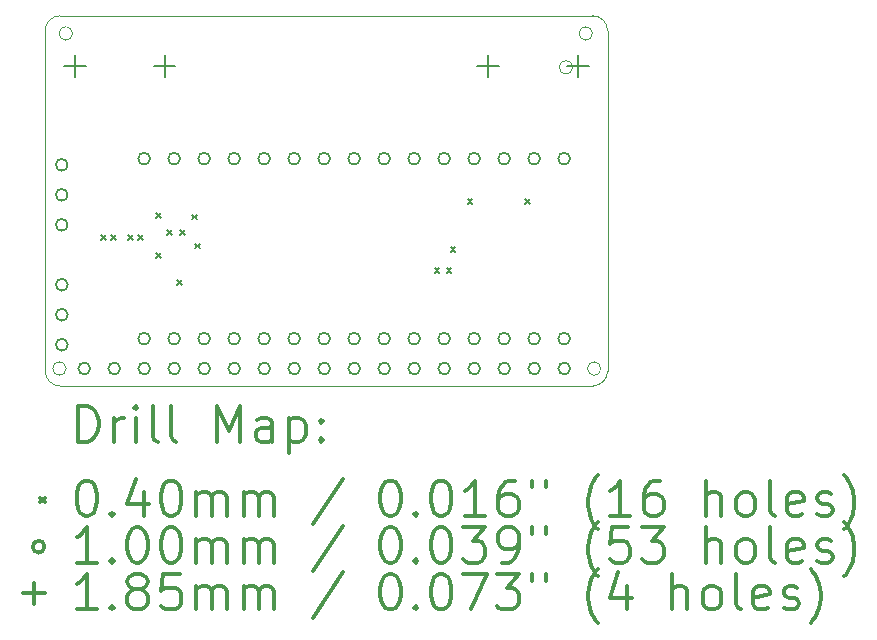
<source format=gbr>
%FSLAX45Y45*%
G04 Gerber Fmt 4.5, Leading zero omitted, Abs format (unit mm)*
G04 Created by KiCad (PCBNEW 5.1.5+dfsg1-2build2) date 2021-06-15 05:04:36*
%MOMM*%
%LPD*%
G04 APERTURE LIST*
%TA.AperFunction,Profile*%
%ADD10C,0.100000*%
%TD*%
%ADD11C,0.200000*%
%ADD12C,0.300000*%
G04 APERTURE END LIST*
D10*
X2542948Y-2461260D02*
G75*
G03X2542948Y-2461260I-56796J0D01*
G01*
X6945276Y-2461260D02*
G75*
G03X6945276Y-2461260I-56796J0D01*
G01*
X2489200Y-5298440D02*
G75*
G03X2489200Y-5298440I-56796J0D01*
G01*
X6777636Y-2748280D02*
G75*
G03X6777636Y-2748280I-56796J0D01*
G01*
X2438400Y-2311400D02*
X6946900Y-2311400D01*
X2311400Y-5318760D02*
X2311400Y-2438400D01*
X6946900Y-5445760D02*
X2438400Y-5445760D01*
X7073900Y-2438400D02*
X7073900Y-5318760D01*
X7073900Y-5318760D02*
G75*
G02X6946900Y-5445760I-127000J0D01*
G01*
X2438400Y-5445760D02*
G75*
G02X2311400Y-5318760I0J127000D01*
G01*
X2311400Y-2438400D02*
G75*
G02X2438400Y-2311400I127000J0D01*
G01*
X6946900Y-2311400D02*
G75*
G02X7073900Y-2438400I0J-127000D01*
G01*
X7016396Y-5298440D02*
G75*
G03X7016396Y-5298440I-56796J0D01*
G01*
D11*
X2787970Y-4169984D02*
X2827970Y-4209984D01*
X2827970Y-4169984D02*
X2787970Y-4209984D01*
X2871790Y-4169984D02*
X2911790Y-4209984D01*
X2911790Y-4169984D02*
X2871790Y-4209984D01*
X3013268Y-4171000D02*
X3053268Y-4211000D01*
X3053268Y-4171000D02*
X3013268Y-4211000D01*
X3098612Y-4170492D02*
X3138612Y-4210492D01*
X3138612Y-4170492D02*
X3098612Y-4210492D01*
X3249760Y-3980500D02*
X3289760Y-4020500D01*
X3289760Y-3980500D02*
X3249760Y-4020500D01*
X3249760Y-4320080D02*
X3289760Y-4360080D01*
X3289760Y-4320080D02*
X3249760Y-4360080D01*
X3343976Y-4126296D02*
X3383976Y-4166296D01*
X3383976Y-4126296D02*
X3343976Y-4166296D01*
X3429066Y-4547428D02*
X3469066Y-4587428D01*
X3469066Y-4547428D02*
X3429066Y-4587428D01*
X3456752Y-4127312D02*
X3496752Y-4167312D01*
X3496752Y-4127312D02*
X3456752Y-4167312D01*
X3557844Y-3994724D02*
X3597844Y-4034724D01*
X3597844Y-3994724D02*
X3557844Y-4034724D01*
X3580958Y-4242120D02*
X3620958Y-4282120D01*
X3620958Y-4242120D02*
X3580958Y-4282120D01*
X5608640Y-4447860D02*
X5648640Y-4487860D01*
X5648640Y-4447860D02*
X5608640Y-4487860D01*
X5710240Y-4447860D02*
X5750240Y-4487860D01*
X5750240Y-4447860D02*
X5710240Y-4487860D01*
X5745800Y-4272600D02*
X5785800Y-4312600D01*
X5785800Y-4272600D02*
X5745800Y-4312600D01*
X5889310Y-3862390D02*
X5929310Y-3902390D01*
X5929310Y-3862390D02*
X5889310Y-3902390D01*
X6373180Y-3863660D02*
X6413180Y-3903660D01*
X6413180Y-3863660D02*
X6373180Y-3903660D01*
X2502878Y-4589272D02*
G75*
G03X2502878Y-4589272I-50000J0D01*
G01*
X2502878Y-4843272D02*
G75*
G03X2502878Y-4843272I-50000J0D01*
G01*
X2502878Y-5097272D02*
G75*
G03X2502878Y-5097272I-50000J0D01*
G01*
X3199600Y-3521710D02*
G75*
G03X3199600Y-3521710I-50000J0D01*
G01*
X3453600Y-3521710D02*
G75*
G03X3453600Y-3521710I-50000J0D01*
G01*
X3707600Y-3521710D02*
G75*
G03X3707600Y-3521710I-50000J0D01*
G01*
X3961600Y-3521710D02*
G75*
G03X3961600Y-3521710I-50000J0D01*
G01*
X4215600Y-3521710D02*
G75*
G03X4215600Y-3521710I-50000J0D01*
G01*
X4469600Y-3521710D02*
G75*
G03X4469600Y-3521710I-50000J0D01*
G01*
X4723600Y-3521710D02*
G75*
G03X4723600Y-3521710I-50000J0D01*
G01*
X4977600Y-3521710D02*
G75*
G03X4977600Y-3521710I-50000J0D01*
G01*
X5231600Y-3521710D02*
G75*
G03X5231600Y-3521710I-50000J0D01*
G01*
X5485600Y-3521710D02*
G75*
G03X5485600Y-3521710I-50000J0D01*
G01*
X5739600Y-3521710D02*
G75*
G03X5739600Y-3521710I-50000J0D01*
G01*
X5993600Y-3521710D02*
G75*
G03X5993600Y-3521710I-50000J0D01*
G01*
X6247600Y-3521710D02*
G75*
G03X6247600Y-3521710I-50000J0D01*
G01*
X6501600Y-3521710D02*
G75*
G03X6501600Y-3521710I-50000J0D01*
G01*
X6755600Y-3521710D02*
G75*
G03X6755600Y-3521710I-50000J0D01*
G01*
X3199600Y-5045710D02*
G75*
G03X3199600Y-5045710I-50000J0D01*
G01*
X3453600Y-5045710D02*
G75*
G03X3453600Y-5045710I-50000J0D01*
G01*
X3707600Y-5045710D02*
G75*
G03X3707600Y-5045710I-50000J0D01*
G01*
X3961600Y-5045710D02*
G75*
G03X3961600Y-5045710I-50000J0D01*
G01*
X4215600Y-5045710D02*
G75*
G03X4215600Y-5045710I-50000J0D01*
G01*
X4469600Y-5045710D02*
G75*
G03X4469600Y-5045710I-50000J0D01*
G01*
X4723600Y-5045710D02*
G75*
G03X4723600Y-5045710I-50000J0D01*
G01*
X4977600Y-5045710D02*
G75*
G03X4977600Y-5045710I-50000J0D01*
G01*
X5231600Y-5045710D02*
G75*
G03X5231600Y-5045710I-50000J0D01*
G01*
X5485600Y-5045710D02*
G75*
G03X5485600Y-5045710I-50000J0D01*
G01*
X5739600Y-5045710D02*
G75*
G03X5739600Y-5045710I-50000J0D01*
G01*
X5993600Y-5045710D02*
G75*
G03X5993600Y-5045710I-50000J0D01*
G01*
X6247600Y-5045710D02*
G75*
G03X6247600Y-5045710I-50000J0D01*
G01*
X6501600Y-5045710D02*
G75*
G03X6501600Y-5045710I-50000J0D01*
G01*
X6755600Y-5045710D02*
G75*
G03X6755600Y-5045710I-50000J0D01*
G01*
X2502116Y-3573526D02*
G75*
G03X2502116Y-3573526I-50000J0D01*
G01*
X2502116Y-3827526D02*
G75*
G03X2502116Y-3827526I-50000J0D01*
G01*
X2502116Y-4081526D02*
G75*
G03X2502116Y-4081526I-50000J0D01*
G01*
X2692362Y-5298440D02*
G75*
G03X2692362Y-5298440I-50000J0D01*
G01*
X2946362Y-5298440D02*
G75*
G03X2946362Y-5298440I-50000J0D01*
G01*
X3200362Y-5298440D02*
G75*
G03X3200362Y-5298440I-50000J0D01*
G01*
X3454362Y-5298440D02*
G75*
G03X3454362Y-5298440I-50000J0D01*
G01*
X3708362Y-5298440D02*
G75*
G03X3708362Y-5298440I-50000J0D01*
G01*
X3962362Y-5298440D02*
G75*
G03X3962362Y-5298440I-50000J0D01*
G01*
X4216362Y-5298440D02*
G75*
G03X4216362Y-5298440I-50000J0D01*
G01*
X4470362Y-5298440D02*
G75*
G03X4470362Y-5298440I-50000J0D01*
G01*
X4724362Y-5298440D02*
G75*
G03X4724362Y-5298440I-50000J0D01*
G01*
X4978362Y-5298440D02*
G75*
G03X4978362Y-5298440I-50000J0D01*
G01*
X5232362Y-5298440D02*
G75*
G03X5232362Y-5298440I-50000J0D01*
G01*
X5486362Y-5298440D02*
G75*
G03X5486362Y-5298440I-50000J0D01*
G01*
X5740362Y-5298440D02*
G75*
G03X5740362Y-5298440I-50000J0D01*
G01*
X5994362Y-5298440D02*
G75*
G03X5994362Y-5298440I-50000J0D01*
G01*
X6248362Y-5298440D02*
G75*
G03X6248362Y-5298440I-50000J0D01*
G01*
X6502362Y-5298440D02*
G75*
G03X6502362Y-5298440I-50000J0D01*
G01*
X6756362Y-5298440D02*
G75*
G03X6756362Y-5298440I-50000J0D01*
G01*
X2562440Y-2643080D02*
X2562440Y-2828080D01*
X2469940Y-2735580D02*
X2654940Y-2735580D01*
X3322440Y-2643080D02*
X3322440Y-2828080D01*
X3229940Y-2735580D02*
X3414940Y-2735580D01*
X6062440Y-2643080D02*
X6062440Y-2828080D01*
X5969940Y-2735580D02*
X6154940Y-2735580D01*
X6822440Y-2643080D02*
X6822440Y-2828080D01*
X6729940Y-2735580D02*
X6914940Y-2735580D01*
D12*
X2592828Y-5916474D02*
X2592828Y-5616474D01*
X2664257Y-5616474D01*
X2707114Y-5630760D01*
X2735686Y-5659331D01*
X2749971Y-5687903D01*
X2764257Y-5745046D01*
X2764257Y-5787903D01*
X2749971Y-5845046D01*
X2735686Y-5873617D01*
X2707114Y-5902189D01*
X2664257Y-5916474D01*
X2592828Y-5916474D01*
X2892828Y-5916474D02*
X2892828Y-5716474D01*
X2892828Y-5773617D02*
X2907114Y-5745046D01*
X2921400Y-5730760D01*
X2949971Y-5716474D01*
X2978543Y-5716474D01*
X3078543Y-5916474D02*
X3078543Y-5716474D01*
X3078543Y-5616474D02*
X3064257Y-5630760D01*
X3078543Y-5645046D01*
X3092828Y-5630760D01*
X3078543Y-5616474D01*
X3078543Y-5645046D01*
X3264257Y-5916474D02*
X3235686Y-5902189D01*
X3221400Y-5873617D01*
X3221400Y-5616474D01*
X3421400Y-5916474D02*
X3392828Y-5902189D01*
X3378543Y-5873617D01*
X3378543Y-5616474D01*
X3764257Y-5916474D02*
X3764257Y-5616474D01*
X3864257Y-5830760D01*
X3964257Y-5616474D01*
X3964257Y-5916474D01*
X4235686Y-5916474D02*
X4235686Y-5759331D01*
X4221400Y-5730760D01*
X4192828Y-5716474D01*
X4135686Y-5716474D01*
X4107114Y-5730760D01*
X4235686Y-5902189D02*
X4207114Y-5916474D01*
X4135686Y-5916474D01*
X4107114Y-5902189D01*
X4092828Y-5873617D01*
X4092828Y-5845046D01*
X4107114Y-5816474D01*
X4135686Y-5802189D01*
X4207114Y-5802189D01*
X4235686Y-5787903D01*
X4378543Y-5716474D02*
X4378543Y-6016474D01*
X4378543Y-5730760D02*
X4407114Y-5716474D01*
X4464257Y-5716474D01*
X4492828Y-5730760D01*
X4507114Y-5745046D01*
X4521400Y-5773617D01*
X4521400Y-5859331D01*
X4507114Y-5887903D01*
X4492828Y-5902189D01*
X4464257Y-5916474D01*
X4407114Y-5916474D01*
X4378543Y-5902189D01*
X4649971Y-5887903D02*
X4664257Y-5902189D01*
X4649971Y-5916474D01*
X4635686Y-5902189D01*
X4649971Y-5887903D01*
X4649971Y-5916474D01*
X4649971Y-5730760D02*
X4664257Y-5745046D01*
X4649971Y-5759331D01*
X4635686Y-5745046D01*
X4649971Y-5730760D01*
X4649971Y-5759331D01*
X2266400Y-6390760D02*
X2306400Y-6430760D01*
X2306400Y-6390760D02*
X2266400Y-6430760D01*
X2649971Y-6246474D02*
X2678543Y-6246474D01*
X2707114Y-6260760D01*
X2721400Y-6275046D01*
X2735686Y-6303617D01*
X2749971Y-6360760D01*
X2749971Y-6432189D01*
X2735686Y-6489331D01*
X2721400Y-6517903D01*
X2707114Y-6532189D01*
X2678543Y-6546474D01*
X2649971Y-6546474D01*
X2621400Y-6532189D01*
X2607114Y-6517903D01*
X2592828Y-6489331D01*
X2578543Y-6432189D01*
X2578543Y-6360760D01*
X2592828Y-6303617D01*
X2607114Y-6275046D01*
X2621400Y-6260760D01*
X2649971Y-6246474D01*
X2878543Y-6517903D02*
X2892828Y-6532189D01*
X2878543Y-6546474D01*
X2864257Y-6532189D01*
X2878543Y-6517903D01*
X2878543Y-6546474D01*
X3149971Y-6346474D02*
X3149971Y-6546474D01*
X3078543Y-6232189D02*
X3007114Y-6446474D01*
X3192828Y-6446474D01*
X3364257Y-6246474D02*
X3392828Y-6246474D01*
X3421400Y-6260760D01*
X3435686Y-6275046D01*
X3449971Y-6303617D01*
X3464257Y-6360760D01*
X3464257Y-6432189D01*
X3449971Y-6489331D01*
X3435686Y-6517903D01*
X3421400Y-6532189D01*
X3392828Y-6546474D01*
X3364257Y-6546474D01*
X3335686Y-6532189D01*
X3321400Y-6517903D01*
X3307114Y-6489331D01*
X3292828Y-6432189D01*
X3292828Y-6360760D01*
X3307114Y-6303617D01*
X3321400Y-6275046D01*
X3335686Y-6260760D01*
X3364257Y-6246474D01*
X3592828Y-6546474D02*
X3592828Y-6346474D01*
X3592828Y-6375046D02*
X3607114Y-6360760D01*
X3635686Y-6346474D01*
X3678543Y-6346474D01*
X3707114Y-6360760D01*
X3721400Y-6389331D01*
X3721400Y-6546474D01*
X3721400Y-6389331D02*
X3735686Y-6360760D01*
X3764257Y-6346474D01*
X3807114Y-6346474D01*
X3835686Y-6360760D01*
X3849971Y-6389331D01*
X3849971Y-6546474D01*
X3992828Y-6546474D02*
X3992828Y-6346474D01*
X3992828Y-6375046D02*
X4007114Y-6360760D01*
X4035686Y-6346474D01*
X4078543Y-6346474D01*
X4107114Y-6360760D01*
X4121400Y-6389331D01*
X4121400Y-6546474D01*
X4121400Y-6389331D02*
X4135686Y-6360760D01*
X4164257Y-6346474D01*
X4207114Y-6346474D01*
X4235686Y-6360760D01*
X4249971Y-6389331D01*
X4249971Y-6546474D01*
X4835686Y-6232189D02*
X4578543Y-6617903D01*
X5221400Y-6246474D02*
X5249971Y-6246474D01*
X5278543Y-6260760D01*
X5292828Y-6275046D01*
X5307114Y-6303617D01*
X5321400Y-6360760D01*
X5321400Y-6432189D01*
X5307114Y-6489331D01*
X5292828Y-6517903D01*
X5278543Y-6532189D01*
X5249971Y-6546474D01*
X5221400Y-6546474D01*
X5192828Y-6532189D01*
X5178543Y-6517903D01*
X5164257Y-6489331D01*
X5149971Y-6432189D01*
X5149971Y-6360760D01*
X5164257Y-6303617D01*
X5178543Y-6275046D01*
X5192828Y-6260760D01*
X5221400Y-6246474D01*
X5449971Y-6517903D02*
X5464257Y-6532189D01*
X5449971Y-6546474D01*
X5435686Y-6532189D01*
X5449971Y-6517903D01*
X5449971Y-6546474D01*
X5649971Y-6246474D02*
X5678543Y-6246474D01*
X5707114Y-6260760D01*
X5721400Y-6275046D01*
X5735686Y-6303617D01*
X5749971Y-6360760D01*
X5749971Y-6432189D01*
X5735686Y-6489331D01*
X5721400Y-6517903D01*
X5707114Y-6532189D01*
X5678543Y-6546474D01*
X5649971Y-6546474D01*
X5621400Y-6532189D01*
X5607114Y-6517903D01*
X5592828Y-6489331D01*
X5578543Y-6432189D01*
X5578543Y-6360760D01*
X5592828Y-6303617D01*
X5607114Y-6275046D01*
X5621400Y-6260760D01*
X5649971Y-6246474D01*
X6035686Y-6546474D02*
X5864257Y-6546474D01*
X5949971Y-6546474D02*
X5949971Y-6246474D01*
X5921400Y-6289331D01*
X5892828Y-6317903D01*
X5864257Y-6332189D01*
X6292828Y-6246474D02*
X6235686Y-6246474D01*
X6207114Y-6260760D01*
X6192828Y-6275046D01*
X6164257Y-6317903D01*
X6149971Y-6375046D01*
X6149971Y-6489331D01*
X6164257Y-6517903D01*
X6178543Y-6532189D01*
X6207114Y-6546474D01*
X6264257Y-6546474D01*
X6292828Y-6532189D01*
X6307114Y-6517903D01*
X6321400Y-6489331D01*
X6321400Y-6417903D01*
X6307114Y-6389331D01*
X6292828Y-6375046D01*
X6264257Y-6360760D01*
X6207114Y-6360760D01*
X6178543Y-6375046D01*
X6164257Y-6389331D01*
X6149971Y-6417903D01*
X6435686Y-6246474D02*
X6435686Y-6303617D01*
X6549971Y-6246474D02*
X6549971Y-6303617D01*
X6992828Y-6660760D02*
X6978543Y-6646474D01*
X6949971Y-6603617D01*
X6935686Y-6575046D01*
X6921400Y-6532189D01*
X6907114Y-6460760D01*
X6907114Y-6403617D01*
X6921400Y-6332189D01*
X6935686Y-6289331D01*
X6949971Y-6260760D01*
X6978543Y-6217903D01*
X6992828Y-6203617D01*
X7264257Y-6546474D02*
X7092828Y-6546474D01*
X7178543Y-6546474D02*
X7178543Y-6246474D01*
X7149971Y-6289331D01*
X7121400Y-6317903D01*
X7092828Y-6332189D01*
X7521400Y-6246474D02*
X7464257Y-6246474D01*
X7435686Y-6260760D01*
X7421400Y-6275046D01*
X7392828Y-6317903D01*
X7378543Y-6375046D01*
X7378543Y-6489331D01*
X7392828Y-6517903D01*
X7407114Y-6532189D01*
X7435686Y-6546474D01*
X7492828Y-6546474D01*
X7521400Y-6532189D01*
X7535686Y-6517903D01*
X7549971Y-6489331D01*
X7549971Y-6417903D01*
X7535686Y-6389331D01*
X7521400Y-6375046D01*
X7492828Y-6360760D01*
X7435686Y-6360760D01*
X7407114Y-6375046D01*
X7392828Y-6389331D01*
X7378543Y-6417903D01*
X7907114Y-6546474D02*
X7907114Y-6246474D01*
X8035686Y-6546474D02*
X8035686Y-6389331D01*
X8021400Y-6360760D01*
X7992828Y-6346474D01*
X7949971Y-6346474D01*
X7921400Y-6360760D01*
X7907114Y-6375046D01*
X8221400Y-6546474D02*
X8192828Y-6532189D01*
X8178543Y-6517903D01*
X8164257Y-6489331D01*
X8164257Y-6403617D01*
X8178543Y-6375046D01*
X8192828Y-6360760D01*
X8221400Y-6346474D01*
X8264257Y-6346474D01*
X8292828Y-6360760D01*
X8307114Y-6375046D01*
X8321400Y-6403617D01*
X8321400Y-6489331D01*
X8307114Y-6517903D01*
X8292828Y-6532189D01*
X8264257Y-6546474D01*
X8221400Y-6546474D01*
X8492828Y-6546474D02*
X8464257Y-6532189D01*
X8449971Y-6503617D01*
X8449971Y-6246474D01*
X8721400Y-6532189D02*
X8692828Y-6546474D01*
X8635686Y-6546474D01*
X8607114Y-6532189D01*
X8592828Y-6503617D01*
X8592828Y-6389331D01*
X8607114Y-6360760D01*
X8635686Y-6346474D01*
X8692828Y-6346474D01*
X8721400Y-6360760D01*
X8735686Y-6389331D01*
X8735686Y-6417903D01*
X8592828Y-6446474D01*
X8849971Y-6532189D02*
X8878543Y-6546474D01*
X8935686Y-6546474D01*
X8964257Y-6532189D01*
X8978543Y-6503617D01*
X8978543Y-6489331D01*
X8964257Y-6460760D01*
X8935686Y-6446474D01*
X8892828Y-6446474D01*
X8864257Y-6432189D01*
X8849971Y-6403617D01*
X8849971Y-6389331D01*
X8864257Y-6360760D01*
X8892828Y-6346474D01*
X8935686Y-6346474D01*
X8964257Y-6360760D01*
X9078543Y-6660760D02*
X9092828Y-6646474D01*
X9121400Y-6603617D01*
X9135686Y-6575046D01*
X9149971Y-6532189D01*
X9164257Y-6460760D01*
X9164257Y-6403617D01*
X9149971Y-6332189D01*
X9135686Y-6289331D01*
X9121400Y-6260760D01*
X9092828Y-6217903D01*
X9078543Y-6203617D01*
X2306400Y-6806760D02*
G75*
G03X2306400Y-6806760I-50000J0D01*
G01*
X2749971Y-6942474D02*
X2578543Y-6942474D01*
X2664257Y-6942474D02*
X2664257Y-6642474D01*
X2635686Y-6685331D01*
X2607114Y-6713903D01*
X2578543Y-6728189D01*
X2878543Y-6913903D02*
X2892828Y-6928189D01*
X2878543Y-6942474D01*
X2864257Y-6928189D01*
X2878543Y-6913903D01*
X2878543Y-6942474D01*
X3078543Y-6642474D02*
X3107114Y-6642474D01*
X3135686Y-6656760D01*
X3149971Y-6671046D01*
X3164257Y-6699617D01*
X3178543Y-6756760D01*
X3178543Y-6828189D01*
X3164257Y-6885331D01*
X3149971Y-6913903D01*
X3135686Y-6928189D01*
X3107114Y-6942474D01*
X3078543Y-6942474D01*
X3049971Y-6928189D01*
X3035686Y-6913903D01*
X3021400Y-6885331D01*
X3007114Y-6828189D01*
X3007114Y-6756760D01*
X3021400Y-6699617D01*
X3035686Y-6671046D01*
X3049971Y-6656760D01*
X3078543Y-6642474D01*
X3364257Y-6642474D02*
X3392828Y-6642474D01*
X3421400Y-6656760D01*
X3435686Y-6671046D01*
X3449971Y-6699617D01*
X3464257Y-6756760D01*
X3464257Y-6828189D01*
X3449971Y-6885331D01*
X3435686Y-6913903D01*
X3421400Y-6928189D01*
X3392828Y-6942474D01*
X3364257Y-6942474D01*
X3335686Y-6928189D01*
X3321400Y-6913903D01*
X3307114Y-6885331D01*
X3292828Y-6828189D01*
X3292828Y-6756760D01*
X3307114Y-6699617D01*
X3321400Y-6671046D01*
X3335686Y-6656760D01*
X3364257Y-6642474D01*
X3592828Y-6942474D02*
X3592828Y-6742474D01*
X3592828Y-6771046D02*
X3607114Y-6756760D01*
X3635686Y-6742474D01*
X3678543Y-6742474D01*
X3707114Y-6756760D01*
X3721400Y-6785331D01*
X3721400Y-6942474D01*
X3721400Y-6785331D02*
X3735686Y-6756760D01*
X3764257Y-6742474D01*
X3807114Y-6742474D01*
X3835686Y-6756760D01*
X3849971Y-6785331D01*
X3849971Y-6942474D01*
X3992828Y-6942474D02*
X3992828Y-6742474D01*
X3992828Y-6771046D02*
X4007114Y-6756760D01*
X4035686Y-6742474D01*
X4078543Y-6742474D01*
X4107114Y-6756760D01*
X4121400Y-6785331D01*
X4121400Y-6942474D01*
X4121400Y-6785331D02*
X4135686Y-6756760D01*
X4164257Y-6742474D01*
X4207114Y-6742474D01*
X4235686Y-6756760D01*
X4249971Y-6785331D01*
X4249971Y-6942474D01*
X4835686Y-6628189D02*
X4578543Y-7013903D01*
X5221400Y-6642474D02*
X5249971Y-6642474D01*
X5278543Y-6656760D01*
X5292828Y-6671046D01*
X5307114Y-6699617D01*
X5321400Y-6756760D01*
X5321400Y-6828189D01*
X5307114Y-6885331D01*
X5292828Y-6913903D01*
X5278543Y-6928189D01*
X5249971Y-6942474D01*
X5221400Y-6942474D01*
X5192828Y-6928189D01*
X5178543Y-6913903D01*
X5164257Y-6885331D01*
X5149971Y-6828189D01*
X5149971Y-6756760D01*
X5164257Y-6699617D01*
X5178543Y-6671046D01*
X5192828Y-6656760D01*
X5221400Y-6642474D01*
X5449971Y-6913903D02*
X5464257Y-6928189D01*
X5449971Y-6942474D01*
X5435686Y-6928189D01*
X5449971Y-6913903D01*
X5449971Y-6942474D01*
X5649971Y-6642474D02*
X5678543Y-6642474D01*
X5707114Y-6656760D01*
X5721400Y-6671046D01*
X5735686Y-6699617D01*
X5749971Y-6756760D01*
X5749971Y-6828189D01*
X5735686Y-6885331D01*
X5721400Y-6913903D01*
X5707114Y-6928189D01*
X5678543Y-6942474D01*
X5649971Y-6942474D01*
X5621400Y-6928189D01*
X5607114Y-6913903D01*
X5592828Y-6885331D01*
X5578543Y-6828189D01*
X5578543Y-6756760D01*
X5592828Y-6699617D01*
X5607114Y-6671046D01*
X5621400Y-6656760D01*
X5649971Y-6642474D01*
X5849971Y-6642474D02*
X6035686Y-6642474D01*
X5935686Y-6756760D01*
X5978543Y-6756760D01*
X6007114Y-6771046D01*
X6021400Y-6785331D01*
X6035686Y-6813903D01*
X6035686Y-6885331D01*
X6021400Y-6913903D01*
X6007114Y-6928189D01*
X5978543Y-6942474D01*
X5892828Y-6942474D01*
X5864257Y-6928189D01*
X5849971Y-6913903D01*
X6178543Y-6942474D02*
X6235686Y-6942474D01*
X6264257Y-6928189D01*
X6278543Y-6913903D01*
X6307114Y-6871046D01*
X6321400Y-6813903D01*
X6321400Y-6699617D01*
X6307114Y-6671046D01*
X6292828Y-6656760D01*
X6264257Y-6642474D01*
X6207114Y-6642474D01*
X6178543Y-6656760D01*
X6164257Y-6671046D01*
X6149971Y-6699617D01*
X6149971Y-6771046D01*
X6164257Y-6799617D01*
X6178543Y-6813903D01*
X6207114Y-6828189D01*
X6264257Y-6828189D01*
X6292828Y-6813903D01*
X6307114Y-6799617D01*
X6321400Y-6771046D01*
X6435686Y-6642474D02*
X6435686Y-6699617D01*
X6549971Y-6642474D02*
X6549971Y-6699617D01*
X6992828Y-7056760D02*
X6978543Y-7042474D01*
X6949971Y-6999617D01*
X6935686Y-6971046D01*
X6921400Y-6928189D01*
X6907114Y-6856760D01*
X6907114Y-6799617D01*
X6921400Y-6728189D01*
X6935686Y-6685331D01*
X6949971Y-6656760D01*
X6978543Y-6613903D01*
X6992828Y-6599617D01*
X7249971Y-6642474D02*
X7107114Y-6642474D01*
X7092828Y-6785331D01*
X7107114Y-6771046D01*
X7135686Y-6756760D01*
X7207114Y-6756760D01*
X7235686Y-6771046D01*
X7249971Y-6785331D01*
X7264257Y-6813903D01*
X7264257Y-6885331D01*
X7249971Y-6913903D01*
X7235686Y-6928189D01*
X7207114Y-6942474D01*
X7135686Y-6942474D01*
X7107114Y-6928189D01*
X7092828Y-6913903D01*
X7364257Y-6642474D02*
X7549971Y-6642474D01*
X7449971Y-6756760D01*
X7492828Y-6756760D01*
X7521400Y-6771046D01*
X7535686Y-6785331D01*
X7549971Y-6813903D01*
X7549971Y-6885331D01*
X7535686Y-6913903D01*
X7521400Y-6928189D01*
X7492828Y-6942474D01*
X7407114Y-6942474D01*
X7378543Y-6928189D01*
X7364257Y-6913903D01*
X7907114Y-6942474D02*
X7907114Y-6642474D01*
X8035686Y-6942474D02*
X8035686Y-6785331D01*
X8021400Y-6756760D01*
X7992828Y-6742474D01*
X7949971Y-6742474D01*
X7921400Y-6756760D01*
X7907114Y-6771046D01*
X8221400Y-6942474D02*
X8192828Y-6928189D01*
X8178543Y-6913903D01*
X8164257Y-6885331D01*
X8164257Y-6799617D01*
X8178543Y-6771046D01*
X8192828Y-6756760D01*
X8221400Y-6742474D01*
X8264257Y-6742474D01*
X8292828Y-6756760D01*
X8307114Y-6771046D01*
X8321400Y-6799617D01*
X8321400Y-6885331D01*
X8307114Y-6913903D01*
X8292828Y-6928189D01*
X8264257Y-6942474D01*
X8221400Y-6942474D01*
X8492828Y-6942474D02*
X8464257Y-6928189D01*
X8449971Y-6899617D01*
X8449971Y-6642474D01*
X8721400Y-6928189D02*
X8692828Y-6942474D01*
X8635686Y-6942474D01*
X8607114Y-6928189D01*
X8592828Y-6899617D01*
X8592828Y-6785331D01*
X8607114Y-6756760D01*
X8635686Y-6742474D01*
X8692828Y-6742474D01*
X8721400Y-6756760D01*
X8735686Y-6785331D01*
X8735686Y-6813903D01*
X8592828Y-6842474D01*
X8849971Y-6928189D02*
X8878543Y-6942474D01*
X8935686Y-6942474D01*
X8964257Y-6928189D01*
X8978543Y-6899617D01*
X8978543Y-6885331D01*
X8964257Y-6856760D01*
X8935686Y-6842474D01*
X8892828Y-6842474D01*
X8864257Y-6828189D01*
X8849971Y-6799617D01*
X8849971Y-6785331D01*
X8864257Y-6756760D01*
X8892828Y-6742474D01*
X8935686Y-6742474D01*
X8964257Y-6756760D01*
X9078543Y-7056760D02*
X9092828Y-7042474D01*
X9121400Y-6999617D01*
X9135686Y-6971046D01*
X9149971Y-6928189D01*
X9164257Y-6856760D01*
X9164257Y-6799617D01*
X9149971Y-6728189D01*
X9135686Y-6685331D01*
X9121400Y-6656760D01*
X9092828Y-6613903D01*
X9078543Y-6599617D01*
X2213900Y-7110260D02*
X2213900Y-7295260D01*
X2121400Y-7202760D02*
X2306400Y-7202760D01*
X2749971Y-7338474D02*
X2578543Y-7338474D01*
X2664257Y-7338474D02*
X2664257Y-7038474D01*
X2635686Y-7081331D01*
X2607114Y-7109903D01*
X2578543Y-7124189D01*
X2878543Y-7309903D02*
X2892828Y-7324189D01*
X2878543Y-7338474D01*
X2864257Y-7324189D01*
X2878543Y-7309903D01*
X2878543Y-7338474D01*
X3064257Y-7167046D02*
X3035686Y-7152760D01*
X3021400Y-7138474D01*
X3007114Y-7109903D01*
X3007114Y-7095617D01*
X3021400Y-7067046D01*
X3035686Y-7052760D01*
X3064257Y-7038474D01*
X3121400Y-7038474D01*
X3149971Y-7052760D01*
X3164257Y-7067046D01*
X3178543Y-7095617D01*
X3178543Y-7109903D01*
X3164257Y-7138474D01*
X3149971Y-7152760D01*
X3121400Y-7167046D01*
X3064257Y-7167046D01*
X3035686Y-7181331D01*
X3021400Y-7195617D01*
X3007114Y-7224189D01*
X3007114Y-7281331D01*
X3021400Y-7309903D01*
X3035686Y-7324189D01*
X3064257Y-7338474D01*
X3121400Y-7338474D01*
X3149971Y-7324189D01*
X3164257Y-7309903D01*
X3178543Y-7281331D01*
X3178543Y-7224189D01*
X3164257Y-7195617D01*
X3149971Y-7181331D01*
X3121400Y-7167046D01*
X3449971Y-7038474D02*
X3307114Y-7038474D01*
X3292828Y-7181331D01*
X3307114Y-7167046D01*
X3335686Y-7152760D01*
X3407114Y-7152760D01*
X3435686Y-7167046D01*
X3449971Y-7181331D01*
X3464257Y-7209903D01*
X3464257Y-7281331D01*
X3449971Y-7309903D01*
X3435686Y-7324189D01*
X3407114Y-7338474D01*
X3335686Y-7338474D01*
X3307114Y-7324189D01*
X3292828Y-7309903D01*
X3592828Y-7338474D02*
X3592828Y-7138474D01*
X3592828Y-7167046D02*
X3607114Y-7152760D01*
X3635686Y-7138474D01*
X3678543Y-7138474D01*
X3707114Y-7152760D01*
X3721400Y-7181331D01*
X3721400Y-7338474D01*
X3721400Y-7181331D02*
X3735686Y-7152760D01*
X3764257Y-7138474D01*
X3807114Y-7138474D01*
X3835686Y-7152760D01*
X3849971Y-7181331D01*
X3849971Y-7338474D01*
X3992828Y-7338474D02*
X3992828Y-7138474D01*
X3992828Y-7167046D02*
X4007114Y-7152760D01*
X4035686Y-7138474D01*
X4078543Y-7138474D01*
X4107114Y-7152760D01*
X4121400Y-7181331D01*
X4121400Y-7338474D01*
X4121400Y-7181331D02*
X4135686Y-7152760D01*
X4164257Y-7138474D01*
X4207114Y-7138474D01*
X4235686Y-7152760D01*
X4249971Y-7181331D01*
X4249971Y-7338474D01*
X4835686Y-7024189D02*
X4578543Y-7409903D01*
X5221400Y-7038474D02*
X5249971Y-7038474D01*
X5278543Y-7052760D01*
X5292828Y-7067046D01*
X5307114Y-7095617D01*
X5321400Y-7152760D01*
X5321400Y-7224189D01*
X5307114Y-7281331D01*
X5292828Y-7309903D01*
X5278543Y-7324189D01*
X5249971Y-7338474D01*
X5221400Y-7338474D01*
X5192828Y-7324189D01*
X5178543Y-7309903D01*
X5164257Y-7281331D01*
X5149971Y-7224189D01*
X5149971Y-7152760D01*
X5164257Y-7095617D01*
X5178543Y-7067046D01*
X5192828Y-7052760D01*
X5221400Y-7038474D01*
X5449971Y-7309903D02*
X5464257Y-7324189D01*
X5449971Y-7338474D01*
X5435686Y-7324189D01*
X5449971Y-7309903D01*
X5449971Y-7338474D01*
X5649971Y-7038474D02*
X5678543Y-7038474D01*
X5707114Y-7052760D01*
X5721400Y-7067046D01*
X5735686Y-7095617D01*
X5749971Y-7152760D01*
X5749971Y-7224189D01*
X5735686Y-7281331D01*
X5721400Y-7309903D01*
X5707114Y-7324189D01*
X5678543Y-7338474D01*
X5649971Y-7338474D01*
X5621400Y-7324189D01*
X5607114Y-7309903D01*
X5592828Y-7281331D01*
X5578543Y-7224189D01*
X5578543Y-7152760D01*
X5592828Y-7095617D01*
X5607114Y-7067046D01*
X5621400Y-7052760D01*
X5649971Y-7038474D01*
X5849971Y-7038474D02*
X6049971Y-7038474D01*
X5921400Y-7338474D01*
X6135686Y-7038474D02*
X6321400Y-7038474D01*
X6221400Y-7152760D01*
X6264257Y-7152760D01*
X6292828Y-7167046D01*
X6307114Y-7181331D01*
X6321400Y-7209903D01*
X6321400Y-7281331D01*
X6307114Y-7309903D01*
X6292828Y-7324189D01*
X6264257Y-7338474D01*
X6178543Y-7338474D01*
X6149971Y-7324189D01*
X6135686Y-7309903D01*
X6435686Y-7038474D02*
X6435686Y-7095617D01*
X6549971Y-7038474D02*
X6549971Y-7095617D01*
X6992828Y-7452760D02*
X6978543Y-7438474D01*
X6949971Y-7395617D01*
X6935686Y-7367046D01*
X6921400Y-7324189D01*
X6907114Y-7252760D01*
X6907114Y-7195617D01*
X6921400Y-7124189D01*
X6935686Y-7081331D01*
X6949971Y-7052760D01*
X6978543Y-7009903D01*
X6992828Y-6995617D01*
X7235686Y-7138474D02*
X7235686Y-7338474D01*
X7164257Y-7024189D02*
X7092828Y-7238474D01*
X7278543Y-7238474D01*
X7621400Y-7338474D02*
X7621400Y-7038474D01*
X7749971Y-7338474D02*
X7749971Y-7181331D01*
X7735686Y-7152760D01*
X7707114Y-7138474D01*
X7664257Y-7138474D01*
X7635686Y-7152760D01*
X7621400Y-7167046D01*
X7935686Y-7338474D02*
X7907114Y-7324189D01*
X7892828Y-7309903D01*
X7878543Y-7281331D01*
X7878543Y-7195617D01*
X7892828Y-7167046D01*
X7907114Y-7152760D01*
X7935686Y-7138474D01*
X7978543Y-7138474D01*
X8007114Y-7152760D01*
X8021400Y-7167046D01*
X8035686Y-7195617D01*
X8035686Y-7281331D01*
X8021400Y-7309903D01*
X8007114Y-7324189D01*
X7978543Y-7338474D01*
X7935686Y-7338474D01*
X8207114Y-7338474D02*
X8178543Y-7324189D01*
X8164257Y-7295617D01*
X8164257Y-7038474D01*
X8435686Y-7324189D02*
X8407114Y-7338474D01*
X8349971Y-7338474D01*
X8321400Y-7324189D01*
X8307114Y-7295617D01*
X8307114Y-7181331D01*
X8321400Y-7152760D01*
X8349971Y-7138474D01*
X8407114Y-7138474D01*
X8435686Y-7152760D01*
X8449971Y-7181331D01*
X8449971Y-7209903D01*
X8307114Y-7238474D01*
X8564257Y-7324189D02*
X8592828Y-7338474D01*
X8649971Y-7338474D01*
X8678543Y-7324189D01*
X8692828Y-7295617D01*
X8692828Y-7281331D01*
X8678543Y-7252760D01*
X8649971Y-7238474D01*
X8607114Y-7238474D01*
X8578543Y-7224189D01*
X8564257Y-7195617D01*
X8564257Y-7181331D01*
X8578543Y-7152760D01*
X8607114Y-7138474D01*
X8649971Y-7138474D01*
X8678543Y-7152760D01*
X8792828Y-7452760D02*
X8807114Y-7438474D01*
X8835686Y-7395617D01*
X8849971Y-7367046D01*
X8864257Y-7324189D01*
X8878543Y-7252760D01*
X8878543Y-7195617D01*
X8864257Y-7124189D01*
X8849971Y-7081331D01*
X8835686Y-7052760D01*
X8807114Y-7009903D01*
X8792828Y-6995617D01*
M02*

</source>
